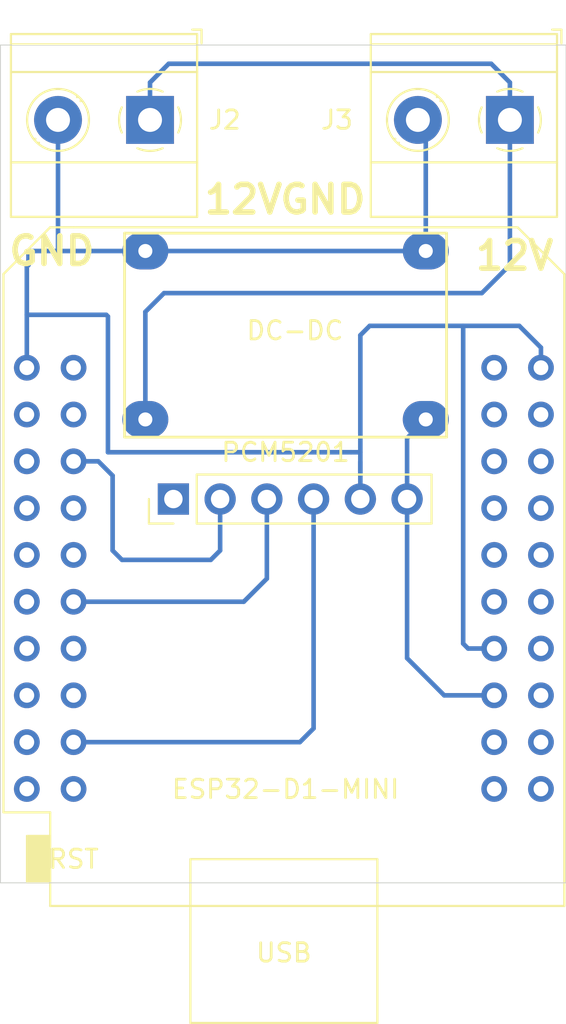
<source format=kicad_pcb>
(kicad_pcb (version 20171130) (host pcbnew 5.1.9+dfsg1-1+deb11u1)

  (general
    (thickness 1.6)
    (drawings 8)
    (tracks 58)
    (zones 0)
    (modules 5)
    (nets 41)
  )

  (page A4)
  (layers
    (0 F.Cu signal)
    (31 B.Cu signal)
    (32 B.Adhes user)
    (33 F.Adhes user)
    (34 B.Paste user)
    (35 F.Paste user)
    (36 B.SilkS user)
    (37 F.SilkS user)
    (38 B.Mask user)
    (39 F.Mask user)
    (40 Dwgs.User user)
    (41 Cmts.User user)
    (42 Eco1.User user)
    (43 Eco2.User user)
    (44 Edge.Cuts user)
    (45 Margin user)
    (46 B.CrtYd user)
    (47 F.CrtYd user)
    (48 B.Fab user)
    (49 F.Fab user)
  )

  (setup
    (last_trace_width 0.25)
    (trace_clearance 0.2)
    (zone_clearance 0.508)
    (zone_45_only no)
    (trace_min 0.2)
    (via_size 0.8)
    (via_drill 0.4)
    (via_min_size 0.4)
    (via_min_drill 0.3)
    (uvia_size 0.3)
    (uvia_drill 0.1)
    (uvias_allowed no)
    (uvia_min_size 0.2)
    (uvia_min_drill 0.1)
    (edge_width 0.05)
    (segment_width 0.2)
    (pcb_text_width 0.3)
    (pcb_text_size 1.5 1.5)
    (mod_edge_width 0.12)
    (mod_text_size 1 1)
    (mod_text_width 0.15)
    (pad_size 1.524 1.524)
    (pad_drill 0.762)
    (pad_to_mask_clearance 0)
    (aux_axis_origin 0 0)
    (visible_elements FFFFFF7F)
    (pcbplotparams
      (layerselection 0x010fc_ffffffff)
      (usegerberextensions false)
      (usegerberattributes true)
      (usegerberadvancedattributes true)
      (creategerberjobfile true)
      (excludeedgelayer true)
      (linewidth 0.100000)
      (plotframeref false)
      (viasonmask false)
      (mode 1)
      (useauxorigin false)
      (hpglpennumber 1)
      (hpglpenspeed 20)
      (hpglpendiameter 15.000000)
      (psnegative false)
      (psa4output false)
      (plotreference true)
      (plotvalue true)
      (plotinvisibletext false)
      (padsonsilk false)
      (subtractmaskfromsilk false)
      (outputformat 1)
      (mirror false)
      (drillshape 1)
      (scaleselection 1)
      (outputdirectory ""))
  )

  (net 0 "")
  (net 1 +5V)
  (net 2 GND)
  (net 3 LCK)
  (net 4 DIN)
  (net 5 BCK)
  (net 6 SCK)
  (net 7 +12V)
  (net 8 "Net-(U1-Pad2)")
  (net 9 "Net-(U1-Pad3)")
  (net 10 "Net-(U1-Pad4)")
  (net 11 "Net-(U1-Pad5)")
  (net 12 "Net-(U1-Pad7)")
  (net 13 "Net-(U1-Pad8)")
  (net 14 "Net-(U1-Pad9)")
  (net 15 "Net-(U1-Pad10)")
  (net 16 "Net-(U1-Pad11)")
  (net 17 "Net-(U1-Pad13)")
  (net 18 "Net-(U1-Pad14)")
  (net 19 "Net-(U1-Pad15)")
  (net 20 "Net-(U1-Pad16)")
  (net 21 "Net-(U1-Pad17)")
  (net 22 "Net-(U1-Pad19)")
  (net 23 "Net-(U1-Pad20)")
  (net 24 "Net-(U1-Pad21)")
  (net 25 "Net-(U1-Pad23)")
  (net 26 "Net-(U1-Pad24)")
  (net 27 "Net-(U1-Pad27)")
  (net 28 "Net-(U1-Pad28)")
  (net 29 "Net-(U1-Pad29)")
  (net 30 "Net-(U1-Pad30)")
  (net 31 "Net-(U1-Pad31)")
  (net 32 "Net-(U1-Pad32)")
  (net 33 "Net-(U1-Pad34)")
  (net 34 "Net-(U1-Pad36)")
  (net 35 "Net-(U1-Pad37)")
  (net 36 "Net-(U1-Pad38)")
  (net 37 "Net-(U1-Pad39)")
  (net 38 "Net-(U1-Pad40)")
  (net 39 "Net-(U1-Pad26)")
  (net 40 "Net-(U1-Pad25)")

  (net_class Default "This is the default net class."
    (clearance 0.2)
    (trace_width 0.25)
    (via_dia 0.8)
    (via_drill 0.4)
    (uvia_dia 0.3)
    (uvia_drill 0.1)
    (add_net +12V)
    (add_net +5V)
    (add_net BCK)
    (add_net DIN)
    (add_net GND)
    (add_net LCK)
    (add_net "Net-(U1-Pad10)")
    (add_net "Net-(U1-Pad11)")
    (add_net "Net-(U1-Pad13)")
    (add_net "Net-(U1-Pad14)")
    (add_net "Net-(U1-Pad15)")
    (add_net "Net-(U1-Pad16)")
    (add_net "Net-(U1-Pad17)")
    (add_net "Net-(U1-Pad19)")
    (add_net "Net-(U1-Pad2)")
    (add_net "Net-(U1-Pad20)")
    (add_net "Net-(U1-Pad21)")
    (add_net "Net-(U1-Pad23)")
    (add_net "Net-(U1-Pad24)")
    (add_net "Net-(U1-Pad25)")
    (add_net "Net-(U1-Pad26)")
    (add_net "Net-(U1-Pad27)")
    (add_net "Net-(U1-Pad28)")
    (add_net "Net-(U1-Pad29)")
    (add_net "Net-(U1-Pad3)")
    (add_net "Net-(U1-Pad30)")
    (add_net "Net-(U1-Pad31)")
    (add_net "Net-(U1-Pad32)")
    (add_net "Net-(U1-Pad34)")
    (add_net "Net-(U1-Pad36)")
    (add_net "Net-(U1-Pad37)")
    (add_net "Net-(U1-Pad38)")
    (add_net "Net-(U1-Pad39)")
    (add_net "Net-(U1-Pad4)")
    (add_net "Net-(U1-Pad40)")
    (add_net "Net-(U1-Pad5)")
    (add_net "Net-(U1-Pad7)")
    (add_net "Net-(U1-Pad8)")
    (add_net "Net-(U1-Pad9)")
    (add_net SCK)
  )

  (module "MINI 360 DC-DC:Mini360_step-down" (layer F.Cu) (tedit 5B7ACF15) (tstamp 664945C4)
    (at 138.684 80.264)
    (path /6649E828)
    (fp_text reference DC-DC (at 0.508 -0.254) (layer F.SilkS)
      (effects (font (size 1 1) (thickness 0.15)))
    )
    (fp_text value Mini360 (at 0 -7.112) (layer F.Fab)
      (effects (font (size 1 1) (thickness 0.15)))
    )
    (fp_line (start -8.75 -5.54) (end 8.75 -5.54) (layer F.SilkS) (width 0.15))
    (fp_line (start 8.75 5.53) (end -8.75 5.53) (layer F.SilkS) (width 0.15))
    (fp_line (start -8.75 -5.54) (end -8.75 5.53) (layer F.SilkS) (width 0.15))
    (fp_line (start 8.75 5.53) (end 8.75 -5.54) (layer F.SilkS) (width 0.15))
    (pad 4 thru_hole oval (at 7.62 4.57) (size 2.5 2) (drill 0.762) (layers *.Cu *.Mask)
      (net 1 +5V))
    (pad 3 thru_hole oval (at 7.62 -4.57) (size 2.5 2) (drill 0.762) (layers *.Cu *.Mask)
      (net 2 GND))
    (pad 2 thru_hole oval (at -7.62 4.57) (size 2.5 2) (drill 0.762) (layers *.Cu *.Mask)
      (net 7 +12V))
    (pad 1 thru_hole oval (at -7.62 -4.57) (size 2.5 2) (drill 0.762) (layers *.Cu *.Mask)
      (net 2 GND))
  )

  (module ESP32_D1_MINI:ESP32_mini (layer F.Cu) (tedit 5F536902) (tstamp 664945B8)
    (at 138.593 93.457)
    (path /6649444D)
    (fp_text reference ESP32-D1-MINI (at 0.091 11.445) (layer F.SilkS)
      (effects (font (size 1 1) (thickness 0.15)))
    )
    (fp_text value mini_esp32 (at 0 -1.27) (layer F.Fab)
      (effects (font (size 1 1) (thickness 0.15)))
    )
    (fp_text user RST (at -11.43 15.24) (layer F.SilkS)
      (effects (font (size 1 1) (thickness 0.15)))
    )
    (fp_text user "NO COPPER - KEEP OUT" (at 0 -15.24) (layer Dwgs.User)
      (effects (font (size 1 1) (thickness 0.15)))
    )
    (fp_text user USB (at 0 20.32) (layer F.SilkS)
      (effects (font (size 1 1) (thickness 0.15)))
    )
    (fp_text user PWR (at 12.573 15.875) (layer Dwgs.User)
      (effects (font (size 0.5 0.5) (thickness 0.125)))
    )
    (fp_text user IO_02 (at 12.7 13.335) (layer Dwgs.User)
      (effects (font (size 0.5 0.5) (thickness 0.125)))
    )
    (fp_line (start 13.97 12.7) (end 11.43 12.7) (layer Dwgs.User) (width 0.12))
    (fp_line (start 13.97 13.97) (end 13.97 12.7) (layer Dwgs.User) (width 0.12))
    (fp_line (start 11.43 13.97) (end 13.97 13.97) (layer Dwgs.User) (width 0.12))
    (fp_line (start 11.43 12.7) (end 11.43 13.97) (layer Dwgs.User) (width 0.12))
    (fp_line (start 13.97 15.24) (end 13.97 16.51) (layer Dwgs.User) (width 0.12))
    (fp_line (start 11.43 15.24) (end 13.97 15.24) (layer Dwgs.User) (width 0.12))
    (fp_line (start 11.43 16.51) (end 11.43 15.24) (layer Dwgs.User) (width 0.12))
    (fp_line (start 13.97 16.51) (end 11.43 16.51) (layer Dwgs.User) (width 0.12))
    (fp_line (start 5.08 15.24) (end 5.08 17.78) (layer F.SilkS) (width 0.12))
    (fp_line (start -5.08 15.24) (end 5.08 15.24) (layer F.SilkS) (width 0.12))
    (fp_line (start -5.08 17.78) (end -5.08 15.24) (layer F.SilkS) (width 0.12))
    (fp_line (start 5.08 24.13) (end 5.08 17.78) (layer F.SilkS) (width 0.12))
    (fp_line (start -5.08 24.13) (end 5.08 24.13) (layer F.SilkS) (width 0.12))
    (fp_line (start -5.08 17.78) (end -5.08 24.13) (layer F.SilkS) (width 0.12))
    (fp_line (start -12.7 17.78) (end 15.24 17.78) (layer F.SilkS) (width 0.12))
    (fp_line (start 15.24 -16.51) (end 11.43 -12.7) (layer Dwgs.User) (width 0.12))
    (fp_line (start 12.7 -19.05) (end 6.35 -12.7) (layer Dwgs.User) (width 0.12))
    (fp_line (start 8.89 -19.05) (end 2.54 -12.7) (layer Dwgs.User) (width 0.12))
    (fp_line (start 5.08 -19.05) (end -1.27 -12.7) (layer Dwgs.User) (width 0.12))
    (fp_line (start 1.27 -19.05) (end -5.08 -12.7) (layer Dwgs.User) (width 0.12))
    (fp_line (start -2.54 -19.05) (end -8.89 -12.7) (layer Dwgs.User) (width 0.12))
    (fp_line (start -6.35 -19.05) (end -12.7 -12.7) (layer Dwgs.User) (width 0.12))
    (fp_line (start -10.16 -19.05) (end -15.24 -13.97) (layer Dwgs.User) (width 0.12))
    (fp_line (start -15.24 -19.05) (end -15.24 -12.7) (layer Dwgs.User) (width 0.12))
    (fp_line (start 15.24 -19.05) (end -15.24 -19.05) (layer Dwgs.User) (width 0.12))
    (fp_line (start 15.24 -12.7) (end 15.24 -19.05) (layer Dwgs.User) (width 0.12))
    (fp_line (start -15.24 -12.7) (end 15.24 -12.7) (layer Dwgs.User) (width 0.12))
    (fp_poly (pts (xy -13.97 16.51) (xy -13.97 13.97) (xy -12.7 13.97) (xy -12.7 16.51)) (layer F.SilkS) (width 0.1))
    (fp_line (start -15.24 12.7) (end -12.7 12.7) (layer F.SilkS) (width 0.12))
    (fp_line (start -15.24 -16.51) (end -15.24 12.7) (layer F.SilkS) (width 0.12))
    (fp_line (start 15.24 -16.51) (end 15.24 17.78) (layer F.SilkS) (width 0.12))
    (fp_line (start -12.7 -19.05) (end -11.43 -19.05) (layer F.SilkS) (width 0.12))
    (fp_line (start -12.7 -19.05) (end -15.24 -16.51) (layer F.SilkS) (width 0.12))
    (fp_line (start 12.7 -19.05) (end 15.24 -16.51) (layer F.SilkS) (width 0.12))
    (fp_line (start 12.7 -19.05) (end -11.43 -19.05) (layer F.SilkS) (width 0.12))
    (fp_line (start -12.7 12.7) (end -12.7 17.78) (layer F.SilkS) (width 0.12))
    (pad 2 thru_hole circle (at -11.43 -11.43 270) (size 1.4 1.4) (drill 0.8) (layers *.Cu *.Mask)
      (net 8 "Net-(U1-Pad2)"))
    (pad 1 thru_hole circle (at -13.97 -11.43 270) (size 1.4 1.4) (drill 0.8) (layers *.Cu *.Mask)
      (net 2 GND))
    (pad 3 thru_hole circle (at -13.97 -8.89 270) (size 1.4 1.4) (drill 0.8) (layers *.Cu *.Mask)
      (net 9 "Net-(U1-Pad3)"))
    (pad 4 thru_hole circle (at -11.43 -8.89 270) (size 1.4 1.4) (drill 0.8) (layers *.Cu *.Mask)
      (net 10 "Net-(U1-Pad4)"))
    (pad 5 thru_hole circle (at -13.97 -6.35 270) (size 1.4 1.4) (drill 0.8) (layers *.Cu *.Mask)
      (net 11 "Net-(U1-Pad5)"))
    (pad 6 thru_hole circle (at -11.43 -6.35 270) (size 1.4 1.4) (drill 0.8) (layers *.Cu *.Mask)
      (net 5 BCK))
    (pad 7 thru_hole circle (at -13.97 -3.81 270) (size 1.4 1.4) (drill 0.8) (layers *.Cu *.Mask)
      (net 12 "Net-(U1-Pad7)"))
    (pad 8 thru_hole circle (at -11.43 -3.81 270) (size 1.4 1.4) (drill 0.8) (layers *.Cu *.Mask)
      (net 13 "Net-(U1-Pad8)"))
    (pad 9 thru_hole circle (at -13.97 -1.27 270) (size 1.4 1.4) (drill 0.8) (layers *.Cu *.Mask)
      (net 14 "Net-(U1-Pad9)"))
    (pad 10 thru_hole circle (at -11.43 -1.27 270) (size 1.4 1.4) (drill 0.8) (layers *.Cu *.Mask)
      (net 15 "Net-(U1-Pad10)"))
    (pad 11 thru_hole circle (at -13.97 1.27 270) (size 1.4 1.4) (drill 0.8) (layers *.Cu *.Mask)
      (net 16 "Net-(U1-Pad11)"))
    (pad 12 thru_hole circle (at -11.43 1.27 270) (size 1.4 1.4) (drill 0.8) (layers *.Cu *.Mask)
      (net 4 DIN))
    (pad 13 thru_hole circle (at -13.97 3.81 270) (size 1.4 1.4) (drill 0.8) (layers *.Cu *.Mask)
      (net 17 "Net-(U1-Pad13)"))
    (pad 14 thru_hole circle (at -11.43 3.81 270) (size 1.4 1.4) (drill 0.8) (layers *.Cu *.Mask)
      (net 18 "Net-(U1-Pad14)"))
    (pad 15 thru_hole circle (at -13.97 6.35 270) (size 1.4 1.4) (drill 0.8) (layers *.Cu *.Mask)
      (net 19 "Net-(U1-Pad15)"))
    (pad 16 thru_hole circle (at -11.43 6.35 270) (size 1.4 1.4) (drill 0.8) (layers *.Cu *.Mask)
      (net 20 "Net-(U1-Pad16)"))
    (pad 17 thru_hole circle (at -13.97 8.89 270) (size 1.4 1.4) (drill 0.8) (layers *.Cu *.Mask)
      (net 21 "Net-(U1-Pad17)"))
    (pad 18 thru_hole circle (at -11.43 8.89 270) (size 1.4 1.4) (drill 0.8) (layers *.Cu *.Mask)
      (net 3 LCK))
    (pad 19 thru_hole circle (at -13.97 11.43 270) (size 1.4 1.4) (drill 0.8) (layers *.Cu *.Mask)
      (net 22 "Net-(U1-Pad19)"))
    (pad 20 thru_hole circle (at -11.43 11.43 270) (size 1.4 1.4) (drill 0.8) (layers *.Cu *.Mask)
      (net 23 "Net-(U1-Pad20)"))
    (pad 21 thru_hole circle (at 11.43 -11.43 270) (size 1.4 1.4) (drill 0.8) (layers *.Cu *.Mask)
      (net 24 "Net-(U1-Pad21)"))
    (pad 22 thru_hole circle (at 13.97 -11.43 270) (size 1.4 1.4) (drill 0.8) (layers *.Cu *.Mask)
      (net 2 GND))
    (pad 23 thru_hole circle (at 11.43 -8.89 270) (size 1.4 1.4) (drill 0.8) (layers *.Cu *.Mask)
      (net 25 "Net-(U1-Pad23)"))
    (pad 24 thru_hole circle (at 13.97 -8.89 270) (size 1.4 1.4) (drill 0.8) (layers *.Cu *.Mask)
      (net 26 "Net-(U1-Pad24)"))
    (pad 25 thru_hole circle (at 11.43 -6.35 270) (size 1.4 1.4) (drill 0.8) (layers *.Cu *.Mask)
      (net 40 "Net-(U1-Pad25)"))
    (pad 26 thru_hole circle (at 13.97 -6.35 270) (size 1.4 1.4) (drill 0.8) (layers *.Cu *.Mask)
      (net 39 "Net-(U1-Pad26)"))
    (pad 27 thru_hole circle (at 11.43 -3.81 270) (size 1.4 1.4) (drill 0.8) (layers *.Cu *.Mask)
      (net 27 "Net-(U1-Pad27)"))
    (pad 28 thru_hole circle (at 13.97 -3.81 270) (size 1.4 1.4) (drill 0.8) (layers *.Cu *.Mask)
      (net 28 "Net-(U1-Pad28)"))
    (pad 29 thru_hole circle (at 11.43 -1.27 270) (size 1.4 1.4) (drill 0.8) (layers *.Cu *.Mask)
      (net 29 "Net-(U1-Pad29)"))
    (pad 30 thru_hole circle (at 13.97 -1.27 270) (size 1.4 1.4) (drill 0.8) (layers *.Cu *.Mask)
      (net 30 "Net-(U1-Pad30)"))
    (pad 31 thru_hole circle (at 11.43 1.27 270) (size 1.4 1.4) (drill 0.8) (layers *.Cu *.Mask)
      (net 31 "Net-(U1-Pad31)"))
    (pad 32 thru_hole circle (at 13.97 1.27 270) (size 1.4 1.4) (drill 0.8) (layers *.Cu *.Mask)
      (net 32 "Net-(U1-Pad32)"))
    (pad 33 thru_hole circle (at 11.43 3.81 270) (size 1.4 1.4) (drill 0.8) (layers *.Cu *.Mask)
      (net 2 GND))
    (pad 34 thru_hole circle (at 13.97 3.81 270) (size 1.4 1.4) (drill 0.8) (layers *.Cu *.Mask)
      (net 33 "Net-(U1-Pad34)"))
    (pad 35 thru_hole circle (at 11.43 6.35 270) (size 1.4 1.4) (drill 0.8) (layers *.Cu *.Mask)
      (net 1 +5V))
    (pad 36 thru_hole circle (at 13.97 6.35 270) (size 1.4 1.4) (drill 0.8) (layers *.Cu *.Mask)
      (net 34 "Net-(U1-Pad36)"))
    (pad 37 thru_hole circle (at 11.43 8.89 270) (size 1.4 1.4) (drill 0.8) (layers *.Cu *.Mask)
      (net 35 "Net-(U1-Pad37)"))
    (pad 38 thru_hole circle (at 13.97 8.89 270) (size 1.4 1.4) (drill 0.8) (layers *.Cu *.Mask)
      (net 36 "Net-(U1-Pad38)"))
    (pad 39 thru_hole circle (at 11.43 11.43 270) (size 1.4 1.4) (drill 0.8) (layers *.Cu *.Mask)
      (net 37 "Net-(U1-Pad39)"))
    (pad 40 thru_hole circle (at 13.97 11.43 270) (size 1.4 1.4) (drill 0.8) (layers *.Cu *.Mask)
      (net 38 "Net-(U1-Pad40)"))
  )

  (module TerminalBlock_Phoenix:TerminalBlock_Phoenix_MKDS-1,5-2_1x02_P5.00mm_Horizontal (layer F.Cu) (tedit 5B294EE5) (tstamp 66494563)
    (at 150.876 68.58 180)
    (descr "Terminal Block Phoenix MKDS-1,5-2, 2 pins, pitch 5mm, size 10x9.8mm^2, drill diamater 1.3mm, pad diameter 2.6mm, see http://www.farnell.com/datasheets/100425.pdf, script-generated using https://github.com/pointhi/kicad-footprint-generator/scripts/TerminalBlock_Phoenix")
    (tags "THT Terminal Block Phoenix MKDS-1,5-2 pitch 5mm size 10x9.8mm^2 drill 1.3mm pad 2.6mm")
    (path /664A6D0A)
    (fp_text reference J3 (at 9.398 0) (layer F.SilkS)
      (effects (font (size 1 1) (thickness 0.15)))
    )
    (fp_text value +12V_OUT (at 2.5 5.66) (layer F.Fab)
      (effects (font (size 1 1) (thickness 0.15)))
    )
    (fp_text user %R (at 9.398 0) (layer F.Fab)
      (effects (font (size 1 1) (thickness 0.15)))
    )
    (fp_arc (start 0 0) (end -0.684 1.535) (angle -25) (layer F.SilkS) (width 0.12))
    (fp_arc (start 0 0) (end -1.535 -0.684) (angle -48) (layer F.SilkS) (width 0.12))
    (fp_arc (start 0 0) (end 0.684 -1.535) (angle -48) (layer F.SilkS) (width 0.12))
    (fp_arc (start 0 0) (end 1.535 0.684) (angle -48) (layer F.SilkS) (width 0.12))
    (fp_arc (start 0 0) (end 0 1.68) (angle -24) (layer F.SilkS) (width 0.12))
    (fp_circle (center 0 0) (end 1.5 0) (layer F.Fab) (width 0.1))
    (fp_circle (center 5 0) (end 6.5 0) (layer F.Fab) (width 0.1))
    (fp_circle (center 5 0) (end 6.68 0) (layer F.SilkS) (width 0.12))
    (fp_line (start -2.5 -5.2) (end 7.5 -5.2) (layer F.Fab) (width 0.1))
    (fp_line (start 7.5 -5.2) (end 7.5 4.6) (layer F.Fab) (width 0.1))
    (fp_line (start 7.5 4.6) (end -2 4.6) (layer F.Fab) (width 0.1))
    (fp_line (start -2 4.6) (end -2.5 4.1) (layer F.Fab) (width 0.1))
    (fp_line (start -2.5 4.1) (end -2.5 -5.2) (layer F.Fab) (width 0.1))
    (fp_line (start -2.5 4.1) (end 7.5 4.1) (layer F.Fab) (width 0.1))
    (fp_line (start -2.56 4.1) (end 7.56 4.1) (layer F.SilkS) (width 0.12))
    (fp_line (start -2.5 2.6) (end 7.5 2.6) (layer F.Fab) (width 0.1))
    (fp_line (start -2.56 2.6) (end 7.56 2.6) (layer F.SilkS) (width 0.12))
    (fp_line (start -2.5 -2.3) (end 7.5 -2.3) (layer F.Fab) (width 0.1))
    (fp_line (start -2.56 -2.301) (end 7.56 -2.301) (layer F.SilkS) (width 0.12))
    (fp_line (start -2.56 -5.261) (end 7.56 -5.261) (layer F.SilkS) (width 0.12))
    (fp_line (start -2.56 4.66) (end 7.56 4.66) (layer F.SilkS) (width 0.12))
    (fp_line (start -2.56 -5.261) (end -2.56 4.66) (layer F.SilkS) (width 0.12))
    (fp_line (start 7.56 -5.261) (end 7.56 4.66) (layer F.SilkS) (width 0.12))
    (fp_line (start 1.138 -0.955) (end -0.955 1.138) (layer F.Fab) (width 0.1))
    (fp_line (start 0.955 -1.138) (end -1.138 0.955) (layer F.Fab) (width 0.1))
    (fp_line (start 6.138 -0.955) (end 4.046 1.138) (layer F.Fab) (width 0.1))
    (fp_line (start 5.955 -1.138) (end 3.863 0.955) (layer F.Fab) (width 0.1))
    (fp_line (start 6.275 -1.069) (end 6.228 -1.023) (layer F.SilkS) (width 0.12))
    (fp_line (start 3.966 1.239) (end 3.931 1.274) (layer F.SilkS) (width 0.12))
    (fp_line (start 6.07 -1.275) (end 6.035 -1.239) (layer F.SilkS) (width 0.12))
    (fp_line (start 3.773 1.023) (end 3.726 1.069) (layer F.SilkS) (width 0.12))
    (fp_line (start -2.8 4.16) (end -2.8 4.9) (layer F.SilkS) (width 0.12))
    (fp_line (start -2.8 4.9) (end -2.3 4.9) (layer F.SilkS) (width 0.12))
    (fp_line (start -3 -5.71) (end -3 5.1) (layer F.CrtYd) (width 0.05))
    (fp_line (start -3 5.1) (end 8 5.1) (layer F.CrtYd) (width 0.05))
    (fp_line (start 8 5.1) (end 8 -5.71) (layer F.CrtYd) (width 0.05))
    (fp_line (start 8 -5.71) (end -3 -5.71) (layer F.CrtYd) (width 0.05))
    (pad 2 thru_hole circle (at 5 0 180) (size 2.6 2.6) (drill 1.3) (layers *.Cu *.Mask)
      (net 2 GND))
    (pad 1 thru_hole rect (at 0 0 180) (size 2.6 2.6) (drill 1.3) (layers *.Cu *.Mask)
      (net 7 +12V))
    (model ${KISYS3DMOD}/TerminalBlock_Phoenix.3dshapes/TerminalBlock_Phoenix_MKDS-1,5-2_1x02_P5.00mm_Horizontal.wrl
      (at (xyz 0 0 0))
      (scale (xyz 1 1 1))
      (rotate (xyz 0 0 0))
    )
  )

  (module TerminalBlock_Phoenix:TerminalBlock_Phoenix_MKDS-1,5-2_1x02_P5.00mm_Horizontal (layer F.Cu) (tedit 5B294EE5) (tstamp 66494537)
    (at 131.318 68.58 180)
    (descr "Terminal Block Phoenix MKDS-1,5-2, 2 pins, pitch 5mm, size 10x9.8mm^2, drill diamater 1.3mm, pad diameter 2.6mm, see http://www.farnell.com/datasheets/100425.pdf, script-generated using https://github.com/pointhi/kicad-footprint-generator/scripts/TerminalBlock_Phoenix")
    (tags "THT Terminal Block Phoenix MKDS-1,5-2 pitch 5mm size 10x9.8mm^2 drill 1.3mm pad 2.6mm")
    (path /664A2F23)
    (fp_text reference J2 (at -4.064 0) (layer F.SilkS)
      (effects (font (size 1 1) (thickness 0.15)))
    )
    (fp_text value +12V_IN (at 2.5 5.66) (layer F.Fab)
      (effects (font (size 1 1) (thickness 0.15)))
    )
    (fp_text user %R (at -4.064 0) (layer F.Fab)
      (effects (font (size 1 1) (thickness 0.15)))
    )
    (fp_arc (start 0 0) (end -0.684 1.535) (angle -25) (layer F.SilkS) (width 0.12))
    (fp_arc (start 0 0) (end -1.535 -0.684) (angle -48) (layer F.SilkS) (width 0.12))
    (fp_arc (start 0 0) (end 0.684 -1.535) (angle -48) (layer F.SilkS) (width 0.12))
    (fp_arc (start 0 0) (end 1.535 0.684) (angle -48) (layer F.SilkS) (width 0.12))
    (fp_arc (start 0 0) (end 0 1.68) (angle -24) (layer F.SilkS) (width 0.12))
    (fp_circle (center 0 0) (end 1.5 0) (layer F.Fab) (width 0.1))
    (fp_circle (center 5 0) (end 6.5 0) (layer F.Fab) (width 0.1))
    (fp_circle (center 5 0) (end 6.68 0) (layer F.SilkS) (width 0.12))
    (fp_line (start -2.5 -5.2) (end 7.5 -5.2) (layer F.Fab) (width 0.1))
    (fp_line (start 7.5 -5.2) (end 7.5 4.6) (layer F.Fab) (width 0.1))
    (fp_line (start 7.5 4.6) (end -2 4.6) (layer F.Fab) (width 0.1))
    (fp_line (start -2 4.6) (end -2.5 4.1) (layer F.Fab) (width 0.1))
    (fp_line (start -2.5 4.1) (end -2.5 -5.2) (layer F.Fab) (width 0.1))
    (fp_line (start -2.5 4.1) (end 7.5 4.1) (layer F.Fab) (width 0.1))
    (fp_line (start -2.56 4.1) (end 7.56 4.1) (layer F.SilkS) (width 0.12))
    (fp_line (start -2.5 2.6) (end 7.5 2.6) (layer F.Fab) (width 0.1))
    (fp_line (start -2.56 2.6) (end 7.56 2.6) (layer F.SilkS) (width 0.12))
    (fp_line (start -2.5 -2.3) (end 7.5 -2.3) (layer F.Fab) (width 0.1))
    (fp_line (start -2.56 -2.301) (end 7.56 -2.301) (layer F.SilkS) (width 0.12))
    (fp_line (start -2.56 -5.261) (end 7.56 -5.261) (layer F.SilkS) (width 0.12))
    (fp_line (start -2.56 4.66) (end 7.56 4.66) (layer F.SilkS) (width 0.12))
    (fp_line (start -2.56 -5.261) (end -2.56 4.66) (layer F.SilkS) (width 0.12))
    (fp_line (start 7.56 -5.261) (end 7.56 4.66) (layer F.SilkS) (width 0.12))
    (fp_line (start 1.138 -0.955) (end -0.955 1.138) (layer F.Fab) (width 0.1))
    (fp_line (start 0.955 -1.138) (end -1.138 0.955) (layer F.Fab) (width 0.1))
    (fp_line (start 6.138 -0.955) (end 4.046 1.138) (layer F.Fab) (width 0.1))
    (fp_line (start 5.955 -1.138) (end 3.863 0.955) (layer F.Fab) (width 0.1))
    (fp_line (start 6.275 -1.069) (end 6.228 -1.023) (layer F.SilkS) (width 0.12))
    (fp_line (start 3.966 1.239) (end 3.931 1.274) (layer F.SilkS) (width 0.12))
    (fp_line (start 6.07 -1.275) (end 6.035 -1.239) (layer F.SilkS) (width 0.12))
    (fp_line (start 3.773 1.023) (end 3.726 1.069) (layer F.SilkS) (width 0.12))
    (fp_line (start -2.8 4.16) (end -2.8 4.9) (layer F.SilkS) (width 0.12))
    (fp_line (start -2.8 4.9) (end -2.3 4.9) (layer F.SilkS) (width 0.12))
    (fp_line (start -3 -5.71) (end -3 5.1) (layer F.CrtYd) (width 0.05))
    (fp_line (start -3 5.1) (end 8 5.1) (layer F.CrtYd) (width 0.05))
    (fp_line (start 8 5.1) (end 8 -5.71) (layer F.CrtYd) (width 0.05))
    (fp_line (start 8 -5.71) (end -3 -5.71) (layer F.CrtYd) (width 0.05))
    (pad 2 thru_hole circle (at 5 0 180) (size 2.6 2.6) (drill 1.3) (layers *.Cu *.Mask)
      (net 2 GND))
    (pad 1 thru_hole rect (at 0 0 180) (size 2.6 2.6) (drill 1.3) (layers *.Cu *.Mask)
      (net 7 +12V))
    (model ${KISYS3DMOD}/TerminalBlock_Phoenix.3dshapes/TerminalBlock_Phoenix_MKDS-1,5-2_1x02_P5.00mm_Horizontal.wrl
      (at (xyz 0 0 0))
      (scale (xyz 1 1 1))
      (rotate (xyz 0 0 0))
    )
  )

  (module Connector_PinHeader_2.54mm:PinHeader_1x06_P2.54mm_Vertical (layer F.Cu) (tedit 59FED5CC) (tstamp 6649450B)
    (at 132.588 89.154 90)
    (descr "Through hole straight pin header, 1x06, 2.54mm pitch, single row")
    (tags "Through hole pin header THT 1x06 2.54mm single row")
    (path /66495B9A)
    (fp_text reference PCM5201 (at 2.54 6.096 180) (layer F.SilkS)
      (effects (font (size 1 1) (thickness 0.15)))
    )
    (fp_text value PCM5102 (at 2.54 6.096 180) (layer F.Fab)
      (effects (font (size 1 1) (thickness 0.15)))
    )
    (fp_text user %R (at 0 6.35) (layer F.Fab)
      (effects (font (size 1 1) (thickness 0.15)))
    )
    (fp_line (start -0.635 -1.27) (end 1.27 -1.27) (layer F.Fab) (width 0.1))
    (fp_line (start 1.27 -1.27) (end 1.27 13.97) (layer F.Fab) (width 0.1))
    (fp_line (start 1.27 13.97) (end -1.27 13.97) (layer F.Fab) (width 0.1))
    (fp_line (start -1.27 13.97) (end -1.27 -0.635) (layer F.Fab) (width 0.1))
    (fp_line (start -1.27 -0.635) (end -0.635 -1.27) (layer F.Fab) (width 0.1))
    (fp_line (start -1.33 14.03) (end 1.33 14.03) (layer F.SilkS) (width 0.12))
    (fp_line (start -1.33 1.27) (end -1.33 14.03) (layer F.SilkS) (width 0.12))
    (fp_line (start 1.33 1.27) (end 1.33 14.03) (layer F.SilkS) (width 0.12))
    (fp_line (start -1.33 1.27) (end 1.33 1.27) (layer F.SilkS) (width 0.12))
    (fp_line (start -1.33 0) (end -1.33 -1.33) (layer F.SilkS) (width 0.12))
    (fp_line (start -1.33 -1.33) (end 0 -1.33) (layer F.SilkS) (width 0.12))
    (fp_line (start -1.8 -1.8) (end -1.8 14.5) (layer F.CrtYd) (width 0.05))
    (fp_line (start -1.8 14.5) (end 1.8 14.5) (layer F.CrtYd) (width 0.05))
    (fp_line (start 1.8 14.5) (end 1.8 -1.8) (layer F.CrtYd) (width 0.05))
    (fp_line (start 1.8 -1.8) (end -1.8 -1.8) (layer F.CrtYd) (width 0.05))
    (pad 6 thru_hole oval (at 0 12.7 90) (size 1.7 1.7) (drill 1) (layers *.Cu *.Mask)
      (net 1 +5V))
    (pad 5 thru_hole oval (at 0 10.16 90) (size 1.7 1.7) (drill 1) (layers *.Cu *.Mask)
      (net 2 GND))
    (pad 4 thru_hole oval (at 0 7.62 90) (size 1.7 1.7) (drill 1) (layers *.Cu *.Mask)
      (net 3 LCK))
    (pad 3 thru_hole oval (at 0 5.08 90) (size 1.7 1.7) (drill 1) (layers *.Cu *.Mask)
      (net 4 DIN))
    (pad 2 thru_hole oval (at 0 2.54 90) (size 1.7 1.7) (drill 1) (layers *.Cu *.Mask)
      (net 5 BCK))
    (pad 1 thru_hole rect (at 0 0 90) (size 1.7 1.7) (drill 1) (layers *.Cu *.Mask)
      (net 6 SCK))
    (model ${KISYS3DMOD}/Connector_PinHeader_2.54mm.3dshapes/PinHeader_1x06_P2.54mm_Vertical.wrl
      (at (xyz 0 0 0))
      (scale (xyz 1 1 1))
      (rotate (xyz 0 0 0))
    )
  )

  (gr_text 12V (at 151.13 75.946) (layer F.SilkS) (tstamp 664961C2)
    (effects (font (size 1.5 1.5) (thickness 0.3)))
  )
  (gr_text 12V (at 136.398 72.898) (layer F.SilkS)
    (effects (font (size 1.5 1.5) (thickness 0.3)))
  )
  (gr_text GND (at 140.716 72.898) (layer F.SilkS) (tstamp 664961C2)
    (effects (font (size 1.5 1.5) (thickness 0.3)))
  )
  (gr_text GND (at 125.984 75.692) (layer F.SilkS)
    (effects (font (size 1.5 1.5) (thickness 0.3)))
  )
  (gr_line (start 153.924 64.516) (end 123.19 64.516) (layer Edge.Cuts) (width 0.05))
  (gr_line (start 153.924 109.982) (end 153.924 64.516) (layer Edge.Cuts) (width 0.05))
  (gr_line (start 123.19 109.982) (end 153.924 109.982) (layer Edge.Cuts) (width 0.05))
  (gr_line (start 123.19 64.516) (end 123.19 109.982) (layer Edge.Cuts) (width 0.05))

  (segment (start 150.023 99.807) (end 147.305 99.807) (width 0.25) (layer B.Cu) (net 1))
  (segment (start 145.288 97.79) (end 145.288 89.154) (width 0.25) (layer B.Cu) (net 1))
  (segment (start 147.305 99.807) (end 145.288 97.79) (width 0.25) (layer B.Cu) (net 1))
  (segment (start 145.288 85.85) (end 146.304 84.834) (width 0.25) (layer B.Cu) (net 1))
  (segment (start 145.288 89.154) (end 145.288 85.85) (width 0.25) (layer B.Cu) (net 1))
  (segment (start 146.304 69.008) (end 145.876 68.58) (width 0.25) (layer B.Cu) (net 2))
  (segment (start 146.304 75.694) (end 146.304 69.008) (width 0.25) (layer B.Cu) (net 2))
  (segment (start 131.064 75.694) (end 146.304 75.694) (width 0.25) (layer B.Cu) (net 2))
  (segment (start 124.716 75.694) (end 124.714 75.696) (width 0.25) (layer B.Cu) (net 2))
  (segment (start 124.714 76.454) (end 124.623 76.545) (width 0.25) (layer B.Cu) (net 2))
  (segment (start 124.714 75.696) (end 124.714 76.454) (width 0.25) (layer B.Cu) (net 2))
  (segment (start 124.623 76.545) (end 124.623 76.451) (width 0.25) (layer B.Cu) (net 2))
  (segment (start 126.318 75.616) (end 126.24 75.694) (width 0.25) (layer B.Cu) (net 2))
  (segment (start 126.318 68.58) (end 126.318 75.616) (width 0.25) (layer B.Cu) (net 2))
  (segment (start 126.24 75.694) (end 124.716 75.694) (width 0.25) (layer B.Cu) (net 2))
  (segment (start 131.064 75.694) (end 126.24 75.694) (width 0.25) (layer B.Cu) (net 2))
  (segment (start 124.623 82.027) (end 124.623 79.157) (width 0.25) (layer B.Cu) (net 2))
  (segment (start 124.623 79.157) (end 124.623 76.545) (width 0.25) (layer B.Cu) (net 2))
  (segment (start 129.032 86.614) (end 142.24 86.614) (width 0.25) (layer B.Cu) (net 2))
  (segment (start 128.941 79.157) (end 129.032 79.248) (width 0.25) (layer B.Cu) (net 2))
  (segment (start 129.032 79.248) (end 129.032 86.614) (width 0.25) (layer B.Cu) (net 2))
  (segment (start 124.623 79.157) (end 128.941 79.157) (width 0.25) (layer B.Cu) (net 2))
  (segment (start 152.563 82.027) (end 152.563 80.935) (width 0.25) (layer B.Cu) (net 2))
  (segment (start 152.563 80.935) (end 151.384 79.756) (width 0.25) (layer B.Cu) (net 2))
  (segment (start 143.256 79.756) (end 142.748 80.264) (width 0.25) (layer B.Cu) (net 2))
  (segment (start 142.748 87.884) (end 142.748 89.154) (width 0.25) (layer B.Cu) (net 2))
  (segment (start 142.748 87.122) (end 142.748 87.884) (width 0.25) (layer B.Cu) (net 2))
  (segment (start 142.24 86.614) (end 142.748 86.614) (width 0.25) (layer B.Cu) (net 2))
  (segment (start 142.748 86.614) (end 142.748 87.884) (width 0.25) (layer B.Cu) (net 2))
  (segment (start 142.748 80.264) (end 142.748 86.614) (width 0.25) (layer B.Cu) (net 2))
  (segment (start 150.023 97.267) (end 148.605 97.267) (width 0.25) (layer B.Cu) (net 2))
  (segment (start 148.605 97.267) (end 148.336 96.998) (width 0.25) (layer B.Cu) (net 2))
  (segment (start 148.336 96.998) (end 148.336 79.756) (width 0.25) (layer B.Cu) (net 2))
  (segment (start 148.336 79.756) (end 143.256 79.756) (width 0.25) (layer B.Cu) (net 2))
  (segment (start 151.384 79.756) (end 148.336 79.756) (width 0.25) (layer B.Cu) (net 2))
  (segment (start 127.163 102.347) (end 139.461 102.347) (width 0.25) (layer B.Cu) (net 3))
  (segment (start 140.208 101.6) (end 140.208 89.154) (width 0.25) (layer B.Cu) (net 3))
  (segment (start 139.461 102.347) (end 140.208 101.6) (width 0.25) (layer B.Cu) (net 3))
  (segment (start 127.163 94.727) (end 136.413 94.727) (width 0.25) (layer B.Cu) (net 4))
  (segment (start 137.668 93.472) (end 137.668 89.154) (width 0.25) (layer B.Cu) (net 4))
  (segment (start 136.413 94.727) (end 137.668 93.472) (width 0.25) (layer B.Cu) (net 4))
  (segment (start 135.128 89.154) (end 135.128 91.948) (width 0.25) (layer B.Cu) (net 5))
  (segment (start 135.128 91.948) (end 134.62 92.456) (width 0.25) (layer B.Cu) (net 5))
  (segment (start 134.62 92.456) (end 129.794 92.456) (width 0.25) (layer B.Cu) (net 5))
  (segment (start 129.794 92.456) (end 129.286 91.948) (width 0.25) (layer B.Cu) (net 5))
  (segment (start 129.286 91.948) (end 129.286 87.884) (width 0.25) (layer B.Cu) (net 5))
  (segment (start 128.509 87.107) (end 127.163 87.107) (width 0.25) (layer B.Cu) (net 5))
  (segment (start 129.286 87.884) (end 128.509 87.107) (width 0.25) (layer B.Cu) (net 5))
  (segment (start 131.318 68.58) (end 131.318 66.548) (width 0.25) (layer B.Cu) (net 7))
  (segment (start 131.318 66.548) (end 132.334 65.532) (width 0.25) (layer B.Cu) (net 7))
  (segment (start 132.334 65.532) (end 149.86 65.532) (width 0.25) (layer B.Cu) (net 7))
  (segment (start 150.876 66.548) (end 150.876 68.58) (width 0.25) (layer B.Cu) (net 7))
  (segment (start 149.86 65.532) (end 150.876 66.548) (width 0.25) (layer B.Cu) (net 7))
  (segment (start 150.876 68.58) (end 150.876 76.454) (width 0.25) (layer B.Cu) (net 7))
  (segment (start 150.876 76.454) (end 149.352 77.978) (width 0.25) (layer B.Cu) (net 7))
  (segment (start 149.352 77.978) (end 132.08 77.978) (width 0.25) (layer B.Cu) (net 7))
  (segment (start 131.064 78.994) (end 131.064 84.834) (width 0.25) (layer B.Cu) (net 7))
  (segment (start 132.08 77.978) (end 131.064 78.994) (width 0.25) (layer B.Cu) (net 7))

)

</source>
